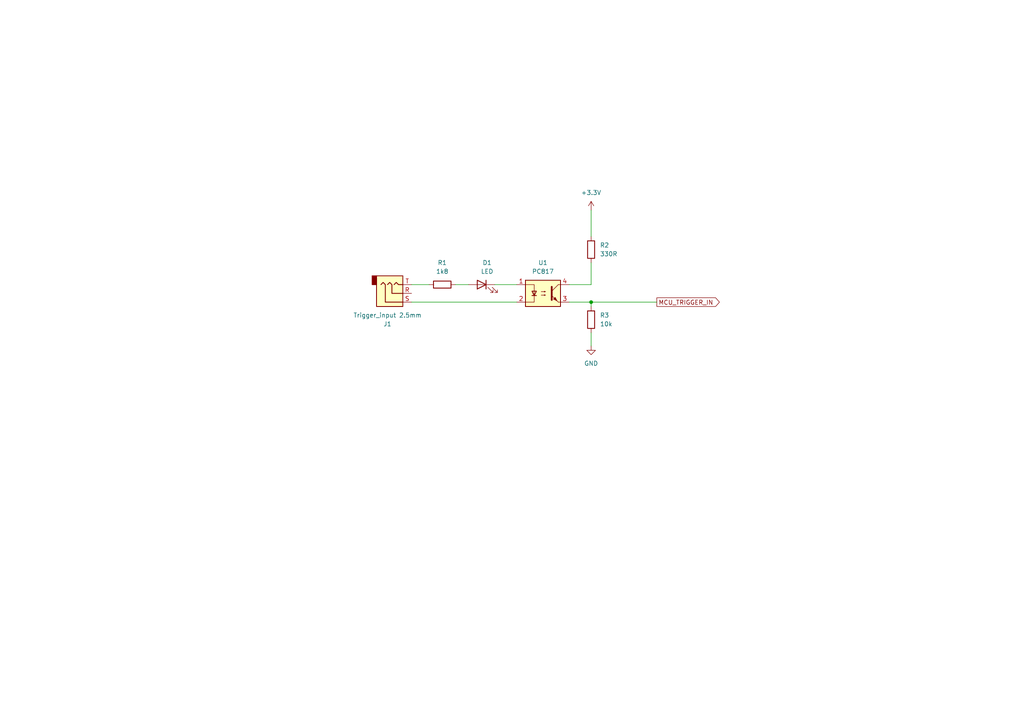
<source format=kicad_sch>
(kicad_sch (version 20230121) (generator eeschema)
  (paper "A4")
  (lib_symbols
    (symbol "Connector_Audio:AudioJack3"
      (property "Reference" "J" (at 0 8.89 0))
      (property "Value" "AudioJack3" (at 0 6.35 0))
      (symbol "AudioJack3_0_1"
        (rectangle (start -5.08 -5.08) (end -6.35 -2.54) (stroke (width 0.254)) (fill (type outline)))
        (polyline (pts (xy 0 -2.54) (xy 0.635 -3.175) (xy 1.27 -2.54) (xy 2.54 -2.54)) (stroke (width 0.254)))
        (polyline (pts (xy -1.905 -2.54) (xy -1.27 -3.175) (xy -0.635 -2.54) (xy -0.635 0) (xy 2.54 0)) (stroke (width 0.254)))
        (polyline (pts (xy 2.54 2.54) (xy -2.54 2.54) (xy -2.54 -2.54) (xy -3.175 -3.175) (xy -3.81 -2.54)) (stroke (width 0.254)))
        (rectangle (start 2.54 3.81) (end -5.08 -5.08) (stroke (width 0.254)) (fill (type background)))
      )
      (symbol "AudioJack3_1_1"
        (pin passive line (at 5.08 0 180) (length 2.54) (name "~") (number "R"))
        (pin passive line (at 5.08 2.54 180) (length 2.54) (name "~") (number "S"))
        (pin passive line (at 5.08 -2.54 180) (length 2.54) (name "~") (number "T"))
      )
    )
    (symbol "Device:LED" (pin_numbers hide) (pin_names (offset 1.016) hide)
      (property "Reference" "D" (at 0 2.54 0))
      (property "Value" "LED" (at 0 -2.54 0))
      (symbol "LED_0_1"
        (polyline (pts (xy -1.27 -1.27) (xy -1.27 1.27)) (stroke (width 0.254)))
        (polyline (pts (xy -1.27 0) (xy 1.27 0)))
        (polyline (pts (xy 1.27 -1.27) (xy 1.27 1.27) (xy -1.27 0) (xy 1.27 -1.27)) (stroke (width 0.254)))
        (polyline (pts (xy -3.048 -0.762) (xy -4.572 -2.286) (xy -3.81 -2.286) (xy -4.572 -2.286) (xy -4.572 -1.524)))
        (polyline (pts (xy -1.778 -0.762) (xy -3.302 -2.286) (xy -2.54 -2.286) (xy -3.302 -2.286) (xy -3.302 -1.524)))
      )
      (symbol "LED_1_1"
        (pin passive line (at -3.81 0 0) (length 2.54) (name "K") (number "1"))
        (pin passive line (at 3.81 0 180) (length 2.54) (name "A") (number "2"))
      )
    )
    (symbol "Device:R" (pin_numbers hide) (pin_names (offset 0))
      (property "Reference" "R" (at 2.032 0 90))
      (property "Value" "R" (at 0 0 90))
      (symbol "R_0_1"
        (rectangle (start -1.016 -2.54) (end 1.016 2.54) (stroke (width 0.254)))
      )
      (symbol "R_1_1"
        (pin passive line (at 0 3.81 270) (length 1.27) (name "~") (number "1"))
        (pin passive line (at 0 -3.81 90) (length 1.27) (name "~") (number "2"))
      )
    )
    (symbol "Isolator:PC817" (pin_names (offset 1.016))
      (property "Reference" "U" (at -5.08 5.08 0))
      (property "Value" "PC817" (at 0 5.08 0))
      (symbol "PC817_0_1"
        (rectangle (start -5.08 3.81) (end 5.08 -3.81) (stroke (width 0.254)) (fill (type background)))
        (polyline (pts (xy -3.175 -0.635) (xy -1.905 -0.635)) (stroke (width 0.254)))
        (polyline (pts (xy 2.54 0.635) (xy 4.445 2.54)))
        (polyline (pts (xy 4.445 -2.54) (xy 2.54 -0.635)) (fill (type outline)))
        (polyline (pts (xy 4.445 -2.54) (xy 5.08 -2.54)))
        (polyline (pts (xy 4.445 2.54) (xy 5.08 2.54)))
        (polyline (pts (xy -5.08 2.54) (xy -2.54 2.54) (xy -2.54 -0.635)))
        (polyline (pts (xy -2.54 -0.635) (xy -2.54 -2.54) (xy -5.08 -2.54)))
        (polyline (pts (xy 2.54 1.905) (xy 2.54 -1.905) (xy 2.54 -1.905)) (stroke (width 0.508)))
        (polyline (pts (xy -2.54 -0.635) (xy -3.175 0.635) (xy -1.905 0.635) (xy -2.54 -0.635)) (stroke (width 0.254)))
        (polyline (pts (xy -0.508 -0.508) (xy 0.762 -0.508) (xy 0.381 -0.635) (xy 0.381 -0.381) (xy 0.762 -0.508)))
        (polyline (pts (xy -0.508 0.508) (xy 0.762 0.508) (xy 0.381 0.381) (xy 0.381 0.635) (xy 0.762 0.508)))
        (polyline (pts (xy 3.048 -1.651) (xy 3.556 -1.143) (xy 4.064 -2.159) (xy 3.048 -1.651) (xy 3.048 -1.651)) (fill (type outline)))
      )
      (symbol "PC817_1_1"
        (pin passive line (at -7.62 2.54 0) (length 2.54) (name "~") (number "1"))
        (pin passive line (at -7.62 -2.54 0) (length 2.54) (name "~") (number "2"))
        (pin passive line (at 7.62 -2.54 180) (length 2.54) (name "~") (number "3"))
        (pin passive line (at 7.62 2.54 180) (length 2.54) (name "~") (number "4"))
      )
    )
    (symbol "power:+3.3V" (power) (pin_names (offset 0))
      (property "Value" "+3.3V" (at 0 3.556 0))
      (symbol "+3.3V_0_1"
        (polyline (pts (xy -0.762 1.27) (xy 0 2.54)))
        (polyline (pts (xy 0 0) (xy 0 2.54)))
        (polyline (pts (xy 0 2.54) (xy 0.762 1.27)))
      )
      (symbol "+3.3V_1_1"
        (pin power_in line (at 0 0 90) (length 0) hide (name "+3.3V") (number "1"))
      )
    )
    (symbol "power:GND" (power) (pin_names (offset 0))
      (property "Value" "GND" (at 0 -3.81 0))
      (symbol "GND_0_1"
        (polyline (pts (xy 0 0) (xy 0 -1.27) (xy 1.27 -1.27) (xy 0 -2.54) (xy -1.27 -1.27) (xy 0 -1.27)))
      )
      (symbol "GND_1_1"
        (pin power_in line (at 0 0 270) (length 0) hide (name "GND") (number "1"))
      )
    )
  )
  (junction (at 171.45 87.63))
  (wire (pts (xy 171.45 87.63) (xy 171.45 88.9)))
  (wire (pts (xy 143.51 82.55) (xy 149.86 82.55)))
  (wire (pts (xy 165.1 87.63) (xy 171.45 87.63)))
  (wire (pts (xy 132.08 82.55) (xy 135.89 82.55)))
  (wire (pts (xy 171.45 87.63) (xy 190.5 87.63)))
  (wire (pts (xy 171.45 82.55) (xy 165.1 82.55)))
  (wire (pts (xy 119.38 82.55) (xy 124.46 82.55)))
  (wire (pts (xy 171.45 76.2) (xy 171.45 82.55)))
  (wire (pts (xy 171.45 96.52) (xy 171.45 100.33)))
  (wire (pts (xy 171.45 68.58) (xy 171.45 60.96)))
  (wire (pts (xy 119.38 87.63) (xy 149.86 87.63)))
  (global_label "MCU_TRIGGER_IN" (shape output) (at 190.5 87.63 0) (property "Intersheetrefs" "${INTERSHEET_REFS}" (effects hide)))
  (symbol (lib_id "Device:LED") (at 139.7 82.55 0) (mirror y) (unit 1)
    (property "Reference" "D1" (at 141.2875 76.2 0))
    (property "Value" "LED" (at 141.2875 78.74 0))
  )
  (symbol (lib_id "Isolator:PC817") (at 157.48 85.09 0) (unit 1)
    (property "Reference" "U1" (at 157.48 76.2 0))
    (property "Value" "PC817" (at 157.48 78.74 0))
    (property "Footprint" "Package_DIP:DIP-4_W7.62mm" (effects hide))
    (property "Datasheet" "http://www.soselectronic.cz/a_info/resource/d/pc817.pdf" (effects hide))
  )
  (symbol (lib_id "Device:R") (at 171.45 92.71 180) (unit 1)
    (property "Reference" "R3" (at 173.99 91.44 0) (effects (justify right)))
    (property "Value" "10k" (at 173.99 93.98 0) (effects (justify right)))
    (property "Footprint" "Resistor_SMD:R_0805_2012Metric" (effects hide))
  )
  (symbol (lib_id "Device:R") (at 171.45 72.39 180) (unit 1)
    (property "Reference" "R2" (at 173.99 71.12 0) (effects (justify right)))
    (property "Value" "330R" (at 173.99 73.66 0) (effects (justify right)))
    (property "Footprint" "Resistor_SMD:R_0805_2012Metric" (effects hide))
  )
  (symbol (lib_id "power:GND") (at 171.45 100.33 0) (unit 1)
    (property "Reference" "#PWR01" (effects hide))
    (property "Value" "GND" (at 171.45 105.41 0))
  )
  (symbol (lib_id "Device:R") (at 128.27 82.55 90) (unit 1)
    (property "Reference" "R1" (at 128.27 76.2 90))
    (property "Value" "1k8" (at 128.27 78.74 90))
    (property "Footprint" "Resistor_SMD:R_0805_2012Metric" (effects hide))
  )
  (symbol (lib_id "power:+3.3V") (at 171.45 60.96 0) (unit 1)
    (property "Reference" "#PWR02" (effects hide))
    (property "Value" "+3.3V" (at 171.45 55.88 0))
  )
  (symbol (lib_id "Connector_Audio:AudioJack3") (at 114.3 85.09 0) (mirror x) (unit 1)
    (property "Reference" "J1" (at 112.395 93.98 0))
    (property "Value" "Trigger_input 2.5mm" (at 112.395 91.44 0))
    (property "Footprint" "Connector_Audio:Jack_3.5mm_CUI_SJ-3523-SMT_Horizontal" (effects hide))
  )
)
</source>
